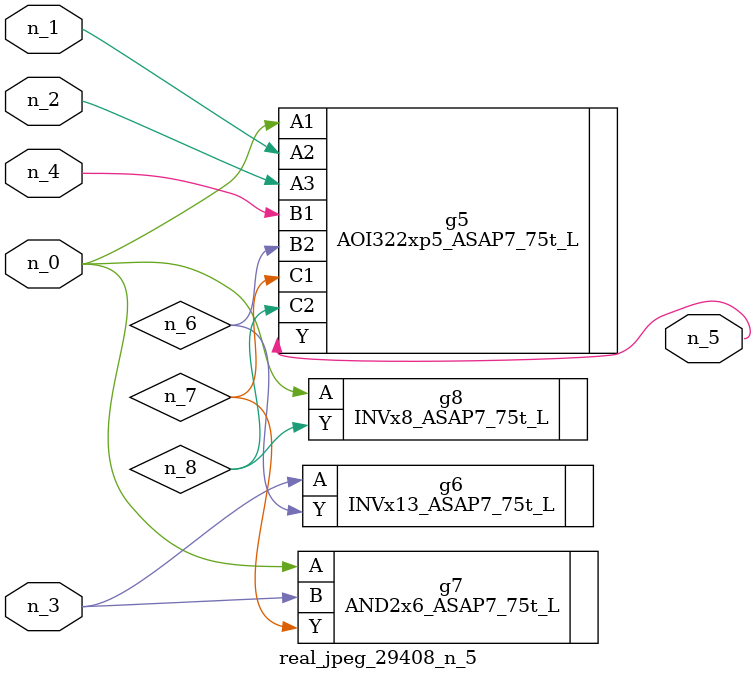
<source format=v>
module real_jpeg_29408_n_5 (n_4, n_0, n_1, n_2, n_3, n_5);

input n_4;
input n_0;
input n_1;
input n_2;
input n_3;

output n_5;

wire n_8;
wire n_6;
wire n_7;

AOI322xp5_ASAP7_75t_L g5 ( 
.A1(n_0),
.A2(n_1),
.A3(n_2),
.B1(n_4),
.B2(n_6),
.C1(n_7),
.C2(n_8),
.Y(n_5)
);

AND2x6_ASAP7_75t_L g7 ( 
.A(n_0),
.B(n_3),
.Y(n_7)
);

INVx8_ASAP7_75t_L g8 ( 
.A(n_0),
.Y(n_8)
);

INVx13_ASAP7_75t_L g6 ( 
.A(n_3),
.Y(n_6)
);


endmodule
</source>
